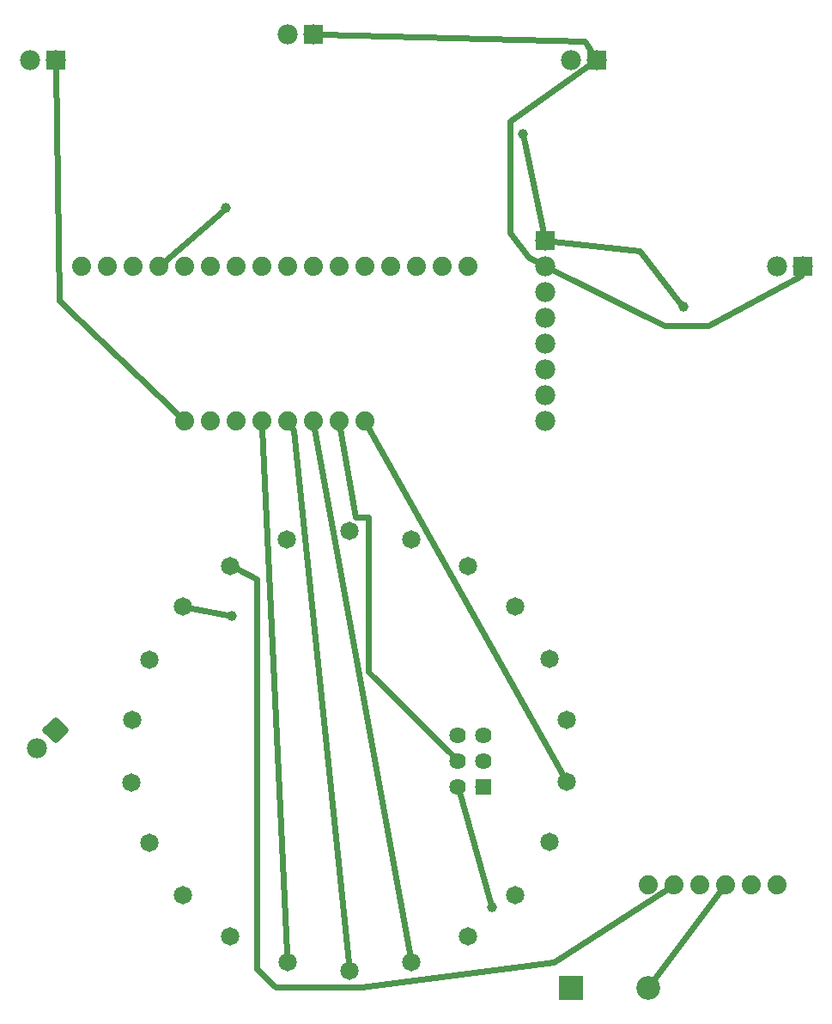
<source format=gtl>
G04 MADE WITH FRITZING*
G04 WWW.FRITZING.ORG*
G04 DOUBLE SIDED*
G04 HOLES PLATED*
G04 CONTOUR ON CENTER OF CONTOUR VECTOR*
%ASAXBY*%
%FSLAX23Y23*%
%MOIN*%
%OFA0B0*%
%SFA1.0B1.0*%
%ADD10C,0.092000*%
%ADD11C,0.071244*%
%ADD12C,0.064000*%
%ADD13C,0.078000*%
%ADD14C,0.074000*%
%ADD15C,0.039370*%
%ADD16R,0.092000X0.092000*%
%ADD17R,0.064000X0.064000*%
%ADD18R,0.078000X0.078000*%
%ADD19C,0.024000*%
%ADD20C,0.020000*%
%LNCOPPER1*%
G90*
G70*
G54D10*
X2359Y78D03*
X2659Y78D03*
G54D11*
X1499Y1850D03*
X722Y1352D03*
X655Y1119D03*
X1038Y1715D03*
X653Y875D03*
G54D12*
X2021Y858D03*
X1921Y858D03*
X2021Y958D03*
X1921Y958D03*
X2021Y1058D03*
G54D11*
X722Y642D03*
G54D12*
X1921Y1058D03*
G54D11*
X854Y1556D03*
X1258Y1819D03*
X1037Y279D03*
X2344Y876D03*
X2344Y1119D03*
X2276Y1353D03*
X2144Y1556D03*
X1961Y1715D03*
X1739Y1816D03*
X1259Y178D03*
X1499Y144D03*
X1739Y178D03*
X1961Y279D03*
X2144Y439D03*
X2275Y643D03*
X854Y439D03*
G54D13*
X359Y1078D03*
X288Y1008D03*
G54D14*
X459Y2878D03*
X559Y2878D03*
X659Y2878D03*
X759Y2878D03*
X859Y2878D03*
X959Y2878D03*
X1059Y2878D03*
X1159Y2878D03*
X1259Y2878D03*
X1359Y2878D03*
X1459Y2878D03*
X1559Y2878D03*
X1659Y2878D03*
X1759Y2878D03*
X1859Y2878D03*
X1959Y2878D03*
X859Y2278D03*
X959Y2278D03*
X1059Y2278D03*
X1159Y2278D03*
X1259Y2278D03*
X1359Y2278D03*
X1459Y2278D03*
X1559Y2278D03*
G54D13*
X2259Y2978D03*
X2259Y2878D03*
X2259Y2778D03*
X2259Y2678D03*
X2259Y2578D03*
X2259Y2478D03*
X2259Y2378D03*
X2259Y2278D03*
X359Y3678D03*
X259Y3678D03*
X1359Y3778D03*
X1259Y3778D03*
X2459Y3678D03*
X2359Y3678D03*
X3259Y2878D03*
X3159Y2878D03*
G54D14*
X3159Y478D03*
X3059Y478D03*
X2959Y478D03*
X2859Y478D03*
X2759Y478D03*
X2659Y478D03*
G54D15*
X2052Y392D03*
X2796Y2720D03*
X2172Y3392D03*
X1020Y3104D03*
X1044Y1520D03*
G54D16*
X2359Y78D03*
G54D17*
X2021Y858D03*
G54D18*
X2259Y2978D03*
X359Y3678D03*
X1359Y3778D03*
X2459Y3678D03*
X3259Y2878D03*
G54D19*
X1257Y213D02*
X1160Y2247D01*
D02*
X1733Y213D02*
X1364Y2248D01*
D02*
X1496Y179D02*
X1284Y2240D01*
X1284Y2240D02*
X1276Y2252D01*
D02*
X1899Y980D02*
X1572Y1304D01*
X1572Y1304D02*
X1572Y1904D01*
X1572Y1904D02*
X1524Y1904D01*
X1524Y1904D02*
X1464Y2248D01*
D02*
X2327Y906D02*
X1574Y2251D01*
D02*
X1069Y1700D02*
X1140Y1664D01*
X1140Y1664D02*
X1140Y152D01*
X1140Y152D02*
X1212Y80D01*
X1212Y80D02*
X1548Y80D01*
X1548Y80D02*
X2292Y176D01*
X2292Y176D02*
X2733Y461D01*
D02*
X1025Y1524D02*
X888Y1550D01*
D02*
X782Y2899D02*
X1006Y3092D01*
D02*
X2176Y3373D02*
X2253Y3008D01*
D02*
X2784Y2735D02*
X2628Y2936D01*
X2628Y2936D02*
X2289Y2975D01*
D02*
X2047Y410D02*
X1930Y828D01*
D02*
X2681Y108D02*
X2940Y453D01*
D02*
X359Y3648D02*
X372Y2744D01*
X372Y2744D02*
X836Y2300D01*
D02*
X2443Y3704D02*
X2412Y3752D01*
X2412Y3752D02*
X1389Y3778D01*
D02*
X2232Y2893D02*
X2196Y2912D01*
X2196Y2912D02*
X2124Y3008D01*
X2124Y3008D02*
X2124Y3440D01*
X2124Y3440D02*
X2434Y3661D01*
D02*
X3254Y2849D02*
X3252Y2840D01*
X3252Y2840D02*
X2892Y2648D01*
X2892Y2648D02*
X2724Y2648D01*
X2724Y2648D02*
X2286Y2865D01*
G54D20*
X400Y1078D02*
X359Y1037D01*
X318Y1078D01*
X359Y1119D01*
X400Y1078D01*
D02*
G04 End of Copper1*
M02*
</source>
